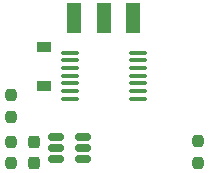
<source format=gbr>
%TF.GenerationSoftware,KiCad,Pcbnew,(6.0.0)*%
%TF.CreationDate,2022-01-30T23:08:43+01:00*%
%TF.ProjectId,TINYPLAY_PCB,54494e59-504c-4415-995f-5043422e6b69,rev?*%
%TF.SameCoordinates,Original*%
%TF.FileFunction,Paste,Top*%
%TF.FilePolarity,Positive*%
%FSLAX46Y46*%
G04 Gerber Fmt 4.6, Leading zero omitted, Abs format (unit mm)*
G04 Created by KiCad (PCBNEW (6.0.0)) date 2022-01-30 23:08:43*
%MOMM*%
%LPD*%
G01*
G04 APERTURE LIST*
G04 Aperture macros list*
%AMRoundRect*
0 Rectangle with rounded corners*
0 $1 Rounding radius*
0 $2 $3 $4 $5 $6 $7 $8 $9 X,Y pos of 4 corners*
0 Add a 4 corners polygon primitive as box body*
4,1,4,$2,$3,$4,$5,$6,$7,$8,$9,$2,$3,0*
0 Add four circle primitives for the rounded corners*
1,1,$1+$1,$2,$3*
1,1,$1+$1,$4,$5*
1,1,$1+$1,$6,$7*
1,1,$1+$1,$8,$9*
0 Add four rect primitives between the rounded corners*
20,1,$1+$1,$2,$3,$4,$5,0*
20,1,$1+$1,$4,$5,$6,$7,0*
20,1,$1+$1,$6,$7,$8,$9,0*
20,1,$1+$1,$8,$9,$2,$3,0*%
G04 Aperture macros list end*
%ADD10RoundRect,0.237500X-0.237500X0.250000X-0.237500X-0.250000X0.237500X-0.250000X0.237500X0.250000X0*%
%ADD11RoundRect,0.150000X0.512500X0.150000X-0.512500X0.150000X-0.512500X-0.150000X0.512500X-0.150000X0*%
%ADD12RoundRect,0.237500X0.237500X-0.250000X0.237500X0.250000X-0.237500X0.250000X-0.237500X-0.250000X0*%
%ADD13RoundRect,0.100000X-0.637500X-0.100000X0.637500X-0.100000X0.637500X0.100000X-0.637500X0.100000X0*%
%ADD14RoundRect,0.237500X0.237500X-0.300000X0.237500X0.300000X-0.237500X0.300000X-0.237500X-0.300000X0*%
%ADD15R,1.250000X2.500000*%
%ADD16R,1.200000X0.900000*%
G04 APERTURE END LIST*
D10*
%TO.C,R2*%
X81300000Y-44587500D03*
X81300000Y-46412500D03*
%TD*%
D11*
%TO.C,U1*%
X87437500Y-46100000D03*
X87437500Y-45150000D03*
X87437500Y-44200000D03*
X85162500Y-44200000D03*
X85162500Y-45150000D03*
X85162500Y-46100000D03*
%TD*%
D12*
%TO.C,R3*%
X81300000Y-42512500D03*
X81300000Y-40687500D03*
%TD*%
D13*
%TO.C,U2*%
X86337500Y-37050000D03*
X86337500Y-37700000D03*
X86337500Y-38350000D03*
X86337500Y-39000000D03*
X86337500Y-39650000D03*
X86337500Y-40300000D03*
X86337500Y-40950000D03*
X92062500Y-40950000D03*
X92062500Y-40300000D03*
X92062500Y-39650000D03*
X92062500Y-39000000D03*
X92062500Y-38350000D03*
X92062500Y-37700000D03*
X92062500Y-37050000D03*
%TD*%
D14*
%TO.C,C2*%
X83250000Y-46362500D03*
X83250000Y-44637500D03*
%TD*%
D10*
%TO.C,R1*%
X97200000Y-44537500D03*
X97200000Y-46362500D03*
%TD*%
D15*
%TO.C,SW1*%
X91700000Y-34150000D03*
X89200000Y-34150000D03*
X86700000Y-34150000D03*
%TD*%
D16*
%TO.C,D1*%
X84100000Y-36550000D03*
X84100000Y-39850000D03*
%TD*%
M02*

</source>
